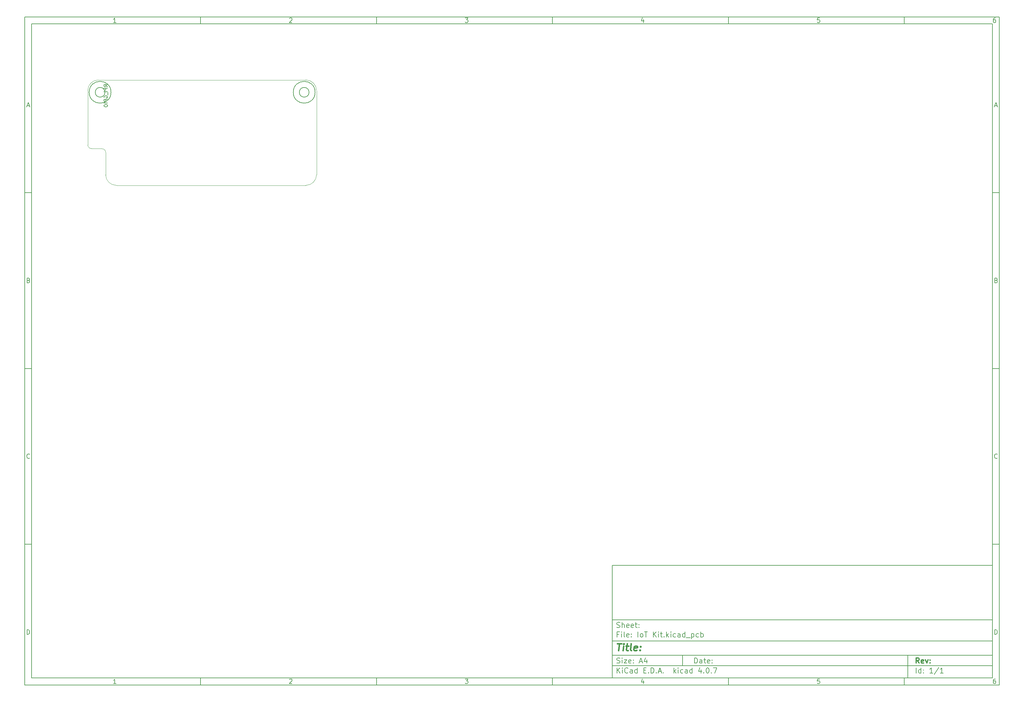
<source format=gbr>
G04 #@! TF.FileFunction,Other,Fab,Bot*
%FSLAX46Y46*%
G04 Gerber Fmt 4.6, Leading zero omitted, Abs format (unit mm)*
G04 Created by KiCad (PCBNEW 4.0.7) date Thursday 07 December 2017 'o51' 11:51:57*
%MOMM*%
%LPD*%
G01*
G04 APERTURE LIST*
%ADD10C,0.100000*%
%ADD11C,0.150000*%
%ADD12C,0.300000*%
%ADD13C,0.400000*%
G04 APERTURE END LIST*
D10*
D11*
X177002200Y-166007200D02*
X177002200Y-198007200D01*
X285002200Y-198007200D01*
X285002200Y-166007200D01*
X177002200Y-166007200D01*
D10*
D11*
X10000000Y-10000000D02*
X10000000Y-200007200D01*
X287002200Y-200007200D01*
X287002200Y-10000000D01*
X10000000Y-10000000D01*
D10*
D11*
X12000000Y-12000000D02*
X12000000Y-198007200D01*
X285002200Y-198007200D01*
X285002200Y-12000000D01*
X12000000Y-12000000D01*
D10*
D11*
X60000000Y-12000000D02*
X60000000Y-10000000D01*
D10*
D11*
X110000000Y-12000000D02*
X110000000Y-10000000D01*
D10*
D11*
X160000000Y-12000000D02*
X160000000Y-10000000D01*
D10*
D11*
X210000000Y-12000000D02*
X210000000Y-10000000D01*
D10*
D11*
X260000000Y-12000000D02*
X260000000Y-10000000D01*
D10*
D11*
X35990476Y-11588095D02*
X35247619Y-11588095D01*
X35619048Y-11588095D02*
X35619048Y-10288095D01*
X35495238Y-10473810D01*
X35371429Y-10597619D01*
X35247619Y-10659524D01*
D10*
D11*
X85247619Y-10411905D02*
X85309524Y-10350000D01*
X85433333Y-10288095D01*
X85742857Y-10288095D01*
X85866667Y-10350000D01*
X85928571Y-10411905D01*
X85990476Y-10535714D01*
X85990476Y-10659524D01*
X85928571Y-10845238D01*
X85185714Y-11588095D01*
X85990476Y-11588095D01*
D10*
D11*
X135185714Y-10288095D02*
X135990476Y-10288095D01*
X135557143Y-10783333D01*
X135742857Y-10783333D01*
X135866667Y-10845238D01*
X135928571Y-10907143D01*
X135990476Y-11030952D01*
X135990476Y-11340476D01*
X135928571Y-11464286D01*
X135866667Y-11526190D01*
X135742857Y-11588095D01*
X135371429Y-11588095D01*
X135247619Y-11526190D01*
X135185714Y-11464286D01*
D10*
D11*
X185866667Y-10721429D02*
X185866667Y-11588095D01*
X185557143Y-10226190D02*
X185247619Y-11154762D01*
X186052381Y-11154762D01*
D10*
D11*
X235928571Y-10288095D02*
X235309524Y-10288095D01*
X235247619Y-10907143D01*
X235309524Y-10845238D01*
X235433333Y-10783333D01*
X235742857Y-10783333D01*
X235866667Y-10845238D01*
X235928571Y-10907143D01*
X235990476Y-11030952D01*
X235990476Y-11340476D01*
X235928571Y-11464286D01*
X235866667Y-11526190D01*
X235742857Y-11588095D01*
X235433333Y-11588095D01*
X235309524Y-11526190D01*
X235247619Y-11464286D01*
D10*
D11*
X285866667Y-10288095D02*
X285619048Y-10288095D01*
X285495238Y-10350000D01*
X285433333Y-10411905D01*
X285309524Y-10597619D01*
X285247619Y-10845238D01*
X285247619Y-11340476D01*
X285309524Y-11464286D01*
X285371429Y-11526190D01*
X285495238Y-11588095D01*
X285742857Y-11588095D01*
X285866667Y-11526190D01*
X285928571Y-11464286D01*
X285990476Y-11340476D01*
X285990476Y-11030952D01*
X285928571Y-10907143D01*
X285866667Y-10845238D01*
X285742857Y-10783333D01*
X285495238Y-10783333D01*
X285371429Y-10845238D01*
X285309524Y-10907143D01*
X285247619Y-11030952D01*
D10*
D11*
X60000000Y-198007200D02*
X60000000Y-200007200D01*
D10*
D11*
X110000000Y-198007200D02*
X110000000Y-200007200D01*
D10*
D11*
X160000000Y-198007200D02*
X160000000Y-200007200D01*
D10*
D11*
X210000000Y-198007200D02*
X210000000Y-200007200D01*
D10*
D11*
X260000000Y-198007200D02*
X260000000Y-200007200D01*
D10*
D11*
X35990476Y-199595295D02*
X35247619Y-199595295D01*
X35619048Y-199595295D02*
X35619048Y-198295295D01*
X35495238Y-198481010D01*
X35371429Y-198604819D01*
X35247619Y-198666724D01*
D10*
D11*
X85247619Y-198419105D02*
X85309524Y-198357200D01*
X85433333Y-198295295D01*
X85742857Y-198295295D01*
X85866667Y-198357200D01*
X85928571Y-198419105D01*
X85990476Y-198542914D01*
X85990476Y-198666724D01*
X85928571Y-198852438D01*
X85185714Y-199595295D01*
X85990476Y-199595295D01*
D10*
D11*
X135185714Y-198295295D02*
X135990476Y-198295295D01*
X135557143Y-198790533D01*
X135742857Y-198790533D01*
X135866667Y-198852438D01*
X135928571Y-198914343D01*
X135990476Y-199038152D01*
X135990476Y-199347676D01*
X135928571Y-199471486D01*
X135866667Y-199533390D01*
X135742857Y-199595295D01*
X135371429Y-199595295D01*
X135247619Y-199533390D01*
X135185714Y-199471486D01*
D10*
D11*
X185866667Y-198728629D02*
X185866667Y-199595295D01*
X185557143Y-198233390D02*
X185247619Y-199161962D01*
X186052381Y-199161962D01*
D10*
D11*
X235928571Y-198295295D02*
X235309524Y-198295295D01*
X235247619Y-198914343D01*
X235309524Y-198852438D01*
X235433333Y-198790533D01*
X235742857Y-198790533D01*
X235866667Y-198852438D01*
X235928571Y-198914343D01*
X235990476Y-199038152D01*
X235990476Y-199347676D01*
X235928571Y-199471486D01*
X235866667Y-199533390D01*
X235742857Y-199595295D01*
X235433333Y-199595295D01*
X235309524Y-199533390D01*
X235247619Y-199471486D01*
D10*
D11*
X285866667Y-198295295D02*
X285619048Y-198295295D01*
X285495238Y-198357200D01*
X285433333Y-198419105D01*
X285309524Y-198604819D01*
X285247619Y-198852438D01*
X285247619Y-199347676D01*
X285309524Y-199471486D01*
X285371429Y-199533390D01*
X285495238Y-199595295D01*
X285742857Y-199595295D01*
X285866667Y-199533390D01*
X285928571Y-199471486D01*
X285990476Y-199347676D01*
X285990476Y-199038152D01*
X285928571Y-198914343D01*
X285866667Y-198852438D01*
X285742857Y-198790533D01*
X285495238Y-198790533D01*
X285371429Y-198852438D01*
X285309524Y-198914343D01*
X285247619Y-199038152D01*
D10*
D11*
X10000000Y-60000000D02*
X12000000Y-60000000D01*
D10*
D11*
X10000000Y-110000000D02*
X12000000Y-110000000D01*
D10*
D11*
X10000000Y-160000000D02*
X12000000Y-160000000D01*
D10*
D11*
X10690476Y-35216667D02*
X11309524Y-35216667D01*
X10566667Y-35588095D02*
X11000000Y-34288095D01*
X11433333Y-35588095D01*
D10*
D11*
X11092857Y-84907143D02*
X11278571Y-84969048D01*
X11340476Y-85030952D01*
X11402381Y-85154762D01*
X11402381Y-85340476D01*
X11340476Y-85464286D01*
X11278571Y-85526190D01*
X11154762Y-85588095D01*
X10659524Y-85588095D01*
X10659524Y-84288095D01*
X11092857Y-84288095D01*
X11216667Y-84350000D01*
X11278571Y-84411905D01*
X11340476Y-84535714D01*
X11340476Y-84659524D01*
X11278571Y-84783333D01*
X11216667Y-84845238D01*
X11092857Y-84907143D01*
X10659524Y-84907143D01*
D10*
D11*
X11402381Y-135464286D02*
X11340476Y-135526190D01*
X11154762Y-135588095D01*
X11030952Y-135588095D01*
X10845238Y-135526190D01*
X10721429Y-135402381D01*
X10659524Y-135278571D01*
X10597619Y-135030952D01*
X10597619Y-134845238D01*
X10659524Y-134597619D01*
X10721429Y-134473810D01*
X10845238Y-134350000D01*
X11030952Y-134288095D01*
X11154762Y-134288095D01*
X11340476Y-134350000D01*
X11402381Y-134411905D01*
D10*
D11*
X10659524Y-185588095D02*
X10659524Y-184288095D01*
X10969048Y-184288095D01*
X11154762Y-184350000D01*
X11278571Y-184473810D01*
X11340476Y-184597619D01*
X11402381Y-184845238D01*
X11402381Y-185030952D01*
X11340476Y-185278571D01*
X11278571Y-185402381D01*
X11154762Y-185526190D01*
X10969048Y-185588095D01*
X10659524Y-185588095D01*
D10*
D11*
X287002200Y-60000000D02*
X285002200Y-60000000D01*
D10*
D11*
X287002200Y-110000000D02*
X285002200Y-110000000D01*
D10*
D11*
X287002200Y-160000000D02*
X285002200Y-160000000D01*
D10*
D11*
X285692676Y-35216667D02*
X286311724Y-35216667D01*
X285568867Y-35588095D02*
X286002200Y-34288095D01*
X286435533Y-35588095D01*
D10*
D11*
X286095057Y-84907143D02*
X286280771Y-84969048D01*
X286342676Y-85030952D01*
X286404581Y-85154762D01*
X286404581Y-85340476D01*
X286342676Y-85464286D01*
X286280771Y-85526190D01*
X286156962Y-85588095D01*
X285661724Y-85588095D01*
X285661724Y-84288095D01*
X286095057Y-84288095D01*
X286218867Y-84350000D01*
X286280771Y-84411905D01*
X286342676Y-84535714D01*
X286342676Y-84659524D01*
X286280771Y-84783333D01*
X286218867Y-84845238D01*
X286095057Y-84907143D01*
X285661724Y-84907143D01*
D10*
D11*
X286404581Y-135464286D02*
X286342676Y-135526190D01*
X286156962Y-135588095D01*
X286033152Y-135588095D01*
X285847438Y-135526190D01*
X285723629Y-135402381D01*
X285661724Y-135278571D01*
X285599819Y-135030952D01*
X285599819Y-134845238D01*
X285661724Y-134597619D01*
X285723629Y-134473810D01*
X285847438Y-134350000D01*
X286033152Y-134288095D01*
X286156962Y-134288095D01*
X286342676Y-134350000D01*
X286404581Y-134411905D01*
D10*
D11*
X285661724Y-185588095D02*
X285661724Y-184288095D01*
X285971248Y-184288095D01*
X286156962Y-184350000D01*
X286280771Y-184473810D01*
X286342676Y-184597619D01*
X286404581Y-184845238D01*
X286404581Y-185030952D01*
X286342676Y-185278571D01*
X286280771Y-185402381D01*
X286156962Y-185526190D01*
X285971248Y-185588095D01*
X285661724Y-185588095D01*
D10*
D11*
X200359343Y-193785771D02*
X200359343Y-192285771D01*
X200716486Y-192285771D01*
X200930771Y-192357200D01*
X201073629Y-192500057D01*
X201145057Y-192642914D01*
X201216486Y-192928629D01*
X201216486Y-193142914D01*
X201145057Y-193428629D01*
X201073629Y-193571486D01*
X200930771Y-193714343D01*
X200716486Y-193785771D01*
X200359343Y-193785771D01*
X202502200Y-193785771D02*
X202502200Y-193000057D01*
X202430771Y-192857200D01*
X202287914Y-192785771D01*
X202002200Y-192785771D01*
X201859343Y-192857200D01*
X202502200Y-193714343D02*
X202359343Y-193785771D01*
X202002200Y-193785771D01*
X201859343Y-193714343D01*
X201787914Y-193571486D01*
X201787914Y-193428629D01*
X201859343Y-193285771D01*
X202002200Y-193214343D01*
X202359343Y-193214343D01*
X202502200Y-193142914D01*
X203002200Y-192785771D02*
X203573629Y-192785771D01*
X203216486Y-192285771D02*
X203216486Y-193571486D01*
X203287914Y-193714343D01*
X203430772Y-193785771D01*
X203573629Y-193785771D01*
X204645057Y-193714343D02*
X204502200Y-193785771D01*
X204216486Y-193785771D01*
X204073629Y-193714343D01*
X204002200Y-193571486D01*
X204002200Y-193000057D01*
X204073629Y-192857200D01*
X204216486Y-192785771D01*
X204502200Y-192785771D01*
X204645057Y-192857200D01*
X204716486Y-193000057D01*
X204716486Y-193142914D01*
X204002200Y-193285771D01*
X205359343Y-193642914D02*
X205430771Y-193714343D01*
X205359343Y-193785771D01*
X205287914Y-193714343D01*
X205359343Y-193642914D01*
X205359343Y-193785771D01*
X205359343Y-192857200D02*
X205430771Y-192928629D01*
X205359343Y-193000057D01*
X205287914Y-192928629D01*
X205359343Y-192857200D01*
X205359343Y-193000057D01*
D10*
D11*
X177002200Y-194507200D02*
X285002200Y-194507200D01*
D10*
D11*
X178359343Y-196585771D02*
X178359343Y-195085771D01*
X179216486Y-196585771D02*
X178573629Y-195728629D01*
X179216486Y-195085771D02*
X178359343Y-195942914D01*
X179859343Y-196585771D02*
X179859343Y-195585771D01*
X179859343Y-195085771D02*
X179787914Y-195157200D01*
X179859343Y-195228629D01*
X179930771Y-195157200D01*
X179859343Y-195085771D01*
X179859343Y-195228629D01*
X181430772Y-196442914D02*
X181359343Y-196514343D01*
X181145057Y-196585771D01*
X181002200Y-196585771D01*
X180787915Y-196514343D01*
X180645057Y-196371486D01*
X180573629Y-196228629D01*
X180502200Y-195942914D01*
X180502200Y-195728629D01*
X180573629Y-195442914D01*
X180645057Y-195300057D01*
X180787915Y-195157200D01*
X181002200Y-195085771D01*
X181145057Y-195085771D01*
X181359343Y-195157200D01*
X181430772Y-195228629D01*
X182716486Y-196585771D02*
X182716486Y-195800057D01*
X182645057Y-195657200D01*
X182502200Y-195585771D01*
X182216486Y-195585771D01*
X182073629Y-195657200D01*
X182716486Y-196514343D02*
X182573629Y-196585771D01*
X182216486Y-196585771D01*
X182073629Y-196514343D01*
X182002200Y-196371486D01*
X182002200Y-196228629D01*
X182073629Y-196085771D01*
X182216486Y-196014343D01*
X182573629Y-196014343D01*
X182716486Y-195942914D01*
X184073629Y-196585771D02*
X184073629Y-195085771D01*
X184073629Y-196514343D02*
X183930772Y-196585771D01*
X183645058Y-196585771D01*
X183502200Y-196514343D01*
X183430772Y-196442914D01*
X183359343Y-196300057D01*
X183359343Y-195871486D01*
X183430772Y-195728629D01*
X183502200Y-195657200D01*
X183645058Y-195585771D01*
X183930772Y-195585771D01*
X184073629Y-195657200D01*
X185930772Y-195800057D02*
X186430772Y-195800057D01*
X186645058Y-196585771D02*
X185930772Y-196585771D01*
X185930772Y-195085771D01*
X186645058Y-195085771D01*
X187287915Y-196442914D02*
X187359343Y-196514343D01*
X187287915Y-196585771D01*
X187216486Y-196514343D01*
X187287915Y-196442914D01*
X187287915Y-196585771D01*
X188002201Y-196585771D02*
X188002201Y-195085771D01*
X188359344Y-195085771D01*
X188573629Y-195157200D01*
X188716487Y-195300057D01*
X188787915Y-195442914D01*
X188859344Y-195728629D01*
X188859344Y-195942914D01*
X188787915Y-196228629D01*
X188716487Y-196371486D01*
X188573629Y-196514343D01*
X188359344Y-196585771D01*
X188002201Y-196585771D01*
X189502201Y-196442914D02*
X189573629Y-196514343D01*
X189502201Y-196585771D01*
X189430772Y-196514343D01*
X189502201Y-196442914D01*
X189502201Y-196585771D01*
X190145058Y-196157200D02*
X190859344Y-196157200D01*
X190002201Y-196585771D02*
X190502201Y-195085771D01*
X191002201Y-196585771D01*
X191502201Y-196442914D02*
X191573629Y-196514343D01*
X191502201Y-196585771D01*
X191430772Y-196514343D01*
X191502201Y-196442914D01*
X191502201Y-196585771D01*
X194502201Y-196585771D02*
X194502201Y-195085771D01*
X194645058Y-196014343D02*
X195073629Y-196585771D01*
X195073629Y-195585771D02*
X194502201Y-196157200D01*
X195716487Y-196585771D02*
X195716487Y-195585771D01*
X195716487Y-195085771D02*
X195645058Y-195157200D01*
X195716487Y-195228629D01*
X195787915Y-195157200D01*
X195716487Y-195085771D01*
X195716487Y-195228629D01*
X197073630Y-196514343D02*
X196930773Y-196585771D01*
X196645059Y-196585771D01*
X196502201Y-196514343D01*
X196430773Y-196442914D01*
X196359344Y-196300057D01*
X196359344Y-195871486D01*
X196430773Y-195728629D01*
X196502201Y-195657200D01*
X196645059Y-195585771D01*
X196930773Y-195585771D01*
X197073630Y-195657200D01*
X198359344Y-196585771D02*
X198359344Y-195800057D01*
X198287915Y-195657200D01*
X198145058Y-195585771D01*
X197859344Y-195585771D01*
X197716487Y-195657200D01*
X198359344Y-196514343D02*
X198216487Y-196585771D01*
X197859344Y-196585771D01*
X197716487Y-196514343D01*
X197645058Y-196371486D01*
X197645058Y-196228629D01*
X197716487Y-196085771D01*
X197859344Y-196014343D01*
X198216487Y-196014343D01*
X198359344Y-195942914D01*
X199716487Y-196585771D02*
X199716487Y-195085771D01*
X199716487Y-196514343D02*
X199573630Y-196585771D01*
X199287916Y-196585771D01*
X199145058Y-196514343D01*
X199073630Y-196442914D01*
X199002201Y-196300057D01*
X199002201Y-195871486D01*
X199073630Y-195728629D01*
X199145058Y-195657200D01*
X199287916Y-195585771D01*
X199573630Y-195585771D01*
X199716487Y-195657200D01*
X202216487Y-195585771D02*
X202216487Y-196585771D01*
X201859344Y-195014343D02*
X201502201Y-196085771D01*
X202430773Y-196085771D01*
X203002201Y-196442914D02*
X203073629Y-196514343D01*
X203002201Y-196585771D01*
X202930772Y-196514343D01*
X203002201Y-196442914D01*
X203002201Y-196585771D01*
X204002201Y-195085771D02*
X204145058Y-195085771D01*
X204287915Y-195157200D01*
X204359344Y-195228629D01*
X204430773Y-195371486D01*
X204502201Y-195657200D01*
X204502201Y-196014343D01*
X204430773Y-196300057D01*
X204359344Y-196442914D01*
X204287915Y-196514343D01*
X204145058Y-196585771D01*
X204002201Y-196585771D01*
X203859344Y-196514343D01*
X203787915Y-196442914D01*
X203716487Y-196300057D01*
X203645058Y-196014343D01*
X203645058Y-195657200D01*
X203716487Y-195371486D01*
X203787915Y-195228629D01*
X203859344Y-195157200D01*
X204002201Y-195085771D01*
X205145058Y-196442914D02*
X205216486Y-196514343D01*
X205145058Y-196585771D01*
X205073629Y-196514343D01*
X205145058Y-196442914D01*
X205145058Y-196585771D01*
X205716487Y-195085771D02*
X206716487Y-195085771D01*
X206073630Y-196585771D01*
D10*
D11*
X177002200Y-191507200D02*
X285002200Y-191507200D01*
D10*
D12*
X264216486Y-193785771D02*
X263716486Y-193071486D01*
X263359343Y-193785771D02*
X263359343Y-192285771D01*
X263930771Y-192285771D01*
X264073629Y-192357200D01*
X264145057Y-192428629D01*
X264216486Y-192571486D01*
X264216486Y-192785771D01*
X264145057Y-192928629D01*
X264073629Y-193000057D01*
X263930771Y-193071486D01*
X263359343Y-193071486D01*
X265430771Y-193714343D02*
X265287914Y-193785771D01*
X265002200Y-193785771D01*
X264859343Y-193714343D01*
X264787914Y-193571486D01*
X264787914Y-193000057D01*
X264859343Y-192857200D01*
X265002200Y-192785771D01*
X265287914Y-192785771D01*
X265430771Y-192857200D01*
X265502200Y-193000057D01*
X265502200Y-193142914D01*
X264787914Y-193285771D01*
X266002200Y-192785771D02*
X266359343Y-193785771D01*
X266716485Y-192785771D01*
X267287914Y-193642914D02*
X267359342Y-193714343D01*
X267287914Y-193785771D01*
X267216485Y-193714343D01*
X267287914Y-193642914D01*
X267287914Y-193785771D01*
X267287914Y-192857200D02*
X267359342Y-192928629D01*
X267287914Y-193000057D01*
X267216485Y-192928629D01*
X267287914Y-192857200D01*
X267287914Y-193000057D01*
D10*
D11*
X178287914Y-193714343D02*
X178502200Y-193785771D01*
X178859343Y-193785771D01*
X179002200Y-193714343D01*
X179073629Y-193642914D01*
X179145057Y-193500057D01*
X179145057Y-193357200D01*
X179073629Y-193214343D01*
X179002200Y-193142914D01*
X178859343Y-193071486D01*
X178573629Y-193000057D01*
X178430771Y-192928629D01*
X178359343Y-192857200D01*
X178287914Y-192714343D01*
X178287914Y-192571486D01*
X178359343Y-192428629D01*
X178430771Y-192357200D01*
X178573629Y-192285771D01*
X178930771Y-192285771D01*
X179145057Y-192357200D01*
X179787914Y-193785771D02*
X179787914Y-192785771D01*
X179787914Y-192285771D02*
X179716485Y-192357200D01*
X179787914Y-192428629D01*
X179859342Y-192357200D01*
X179787914Y-192285771D01*
X179787914Y-192428629D01*
X180359343Y-192785771D02*
X181145057Y-192785771D01*
X180359343Y-193785771D01*
X181145057Y-193785771D01*
X182287914Y-193714343D02*
X182145057Y-193785771D01*
X181859343Y-193785771D01*
X181716486Y-193714343D01*
X181645057Y-193571486D01*
X181645057Y-193000057D01*
X181716486Y-192857200D01*
X181859343Y-192785771D01*
X182145057Y-192785771D01*
X182287914Y-192857200D01*
X182359343Y-193000057D01*
X182359343Y-193142914D01*
X181645057Y-193285771D01*
X183002200Y-193642914D02*
X183073628Y-193714343D01*
X183002200Y-193785771D01*
X182930771Y-193714343D01*
X183002200Y-193642914D01*
X183002200Y-193785771D01*
X183002200Y-192857200D02*
X183073628Y-192928629D01*
X183002200Y-193000057D01*
X182930771Y-192928629D01*
X183002200Y-192857200D01*
X183002200Y-193000057D01*
X184787914Y-193357200D02*
X185502200Y-193357200D01*
X184645057Y-193785771D02*
X185145057Y-192285771D01*
X185645057Y-193785771D01*
X186787914Y-192785771D02*
X186787914Y-193785771D01*
X186430771Y-192214343D02*
X186073628Y-193285771D01*
X187002200Y-193285771D01*
D10*
D11*
X263359343Y-196585771D02*
X263359343Y-195085771D01*
X264716486Y-196585771D02*
X264716486Y-195085771D01*
X264716486Y-196514343D02*
X264573629Y-196585771D01*
X264287915Y-196585771D01*
X264145057Y-196514343D01*
X264073629Y-196442914D01*
X264002200Y-196300057D01*
X264002200Y-195871486D01*
X264073629Y-195728629D01*
X264145057Y-195657200D01*
X264287915Y-195585771D01*
X264573629Y-195585771D01*
X264716486Y-195657200D01*
X265430772Y-196442914D02*
X265502200Y-196514343D01*
X265430772Y-196585771D01*
X265359343Y-196514343D01*
X265430772Y-196442914D01*
X265430772Y-196585771D01*
X265430772Y-195657200D02*
X265502200Y-195728629D01*
X265430772Y-195800057D01*
X265359343Y-195728629D01*
X265430772Y-195657200D01*
X265430772Y-195800057D01*
X268073629Y-196585771D02*
X267216486Y-196585771D01*
X267645058Y-196585771D02*
X267645058Y-195085771D01*
X267502201Y-195300057D01*
X267359343Y-195442914D01*
X267216486Y-195514343D01*
X269787914Y-195014343D02*
X268502200Y-196942914D01*
X271073629Y-196585771D02*
X270216486Y-196585771D01*
X270645058Y-196585771D02*
X270645058Y-195085771D01*
X270502201Y-195300057D01*
X270359343Y-195442914D01*
X270216486Y-195514343D01*
D10*
D11*
X177002200Y-187507200D02*
X285002200Y-187507200D01*
D10*
D13*
X178454581Y-188211962D02*
X179597438Y-188211962D01*
X178776010Y-190211962D02*
X179026010Y-188211962D01*
X180014105Y-190211962D02*
X180180771Y-188878629D01*
X180264105Y-188211962D02*
X180156962Y-188307200D01*
X180240295Y-188402438D01*
X180347439Y-188307200D01*
X180264105Y-188211962D01*
X180240295Y-188402438D01*
X180847438Y-188878629D02*
X181609343Y-188878629D01*
X181216486Y-188211962D02*
X181002200Y-189926248D01*
X181073630Y-190116724D01*
X181252201Y-190211962D01*
X181442677Y-190211962D01*
X182395058Y-190211962D02*
X182216487Y-190116724D01*
X182145057Y-189926248D01*
X182359343Y-188211962D01*
X183930772Y-190116724D02*
X183728391Y-190211962D01*
X183347439Y-190211962D01*
X183168867Y-190116724D01*
X183097438Y-189926248D01*
X183192676Y-189164343D01*
X183311724Y-188973867D01*
X183514105Y-188878629D01*
X183895057Y-188878629D01*
X184073629Y-188973867D01*
X184145057Y-189164343D01*
X184121248Y-189354819D01*
X183145057Y-189545295D01*
X184895057Y-190021486D02*
X184978392Y-190116724D01*
X184871248Y-190211962D01*
X184787915Y-190116724D01*
X184895057Y-190021486D01*
X184871248Y-190211962D01*
X185026010Y-188973867D02*
X185109344Y-189069105D01*
X185002200Y-189164343D01*
X184918867Y-189069105D01*
X185026010Y-188973867D01*
X185002200Y-189164343D01*
D10*
D11*
X178859343Y-185600057D02*
X178359343Y-185600057D01*
X178359343Y-186385771D02*
X178359343Y-184885771D01*
X179073629Y-184885771D01*
X179645057Y-186385771D02*
X179645057Y-185385771D01*
X179645057Y-184885771D02*
X179573628Y-184957200D01*
X179645057Y-185028629D01*
X179716485Y-184957200D01*
X179645057Y-184885771D01*
X179645057Y-185028629D01*
X180573629Y-186385771D02*
X180430771Y-186314343D01*
X180359343Y-186171486D01*
X180359343Y-184885771D01*
X181716485Y-186314343D02*
X181573628Y-186385771D01*
X181287914Y-186385771D01*
X181145057Y-186314343D01*
X181073628Y-186171486D01*
X181073628Y-185600057D01*
X181145057Y-185457200D01*
X181287914Y-185385771D01*
X181573628Y-185385771D01*
X181716485Y-185457200D01*
X181787914Y-185600057D01*
X181787914Y-185742914D01*
X181073628Y-185885771D01*
X182430771Y-186242914D02*
X182502199Y-186314343D01*
X182430771Y-186385771D01*
X182359342Y-186314343D01*
X182430771Y-186242914D01*
X182430771Y-186385771D01*
X182430771Y-185457200D02*
X182502199Y-185528629D01*
X182430771Y-185600057D01*
X182359342Y-185528629D01*
X182430771Y-185457200D01*
X182430771Y-185600057D01*
X184287914Y-186385771D02*
X184287914Y-184885771D01*
X185216486Y-186385771D02*
X185073628Y-186314343D01*
X185002200Y-186242914D01*
X184930771Y-186100057D01*
X184930771Y-185671486D01*
X185002200Y-185528629D01*
X185073628Y-185457200D01*
X185216486Y-185385771D01*
X185430771Y-185385771D01*
X185573628Y-185457200D01*
X185645057Y-185528629D01*
X185716486Y-185671486D01*
X185716486Y-186100057D01*
X185645057Y-186242914D01*
X185573628Y-186314343D01*
X185430771Y-186385771D01*
X185216486Y-186385771D01*
X186145057Y-184885771D02*
X187002200Y-184885771D01*
X186573629Y-186385771D02*
X186573629Y-184885771D01*
X188645057Y-186385771D02*
X188645057Y-184885771D01*
X189502200Y-186385771D02*
X188859343Y-185528629D01*
X189502200Y-184885771D02*
X188645057Y-185742914D01*
X190145057Y-186385771D02*
X190145057Y-185385771D01*
X190145057Y-184885771D02*
X190073628Y-184957200D01*
X190145057Y-185028629D01*
X190216485Y-184957200D01*
X190145057Y-184885771D01*
X190145057Y-185028629D01*
X190645057Y-185385771D02*
X191216486Y-185385771D01*
X190859343Y-184885771D02*
X190859343Y-186171486D01*
X190930771Y-186314343D01*
X191073629Y-186385771D01*
X191216486Y-186385771D01*
X191716486Y-186242914D02*
X191787914Y-186314343D01*
X191716486Y-186385771D01*
X191645057Y-186314343D01*
X191716486Y-186242914D01*
X191716486Y-186385771D01*
X192430772Y-186385771D02*
X192430772Y-184885771D01*
X192573629Y-185814343D02*
X193002200Y-186385771D01*
X193002200Y-185385771D02*
X192430772Y-185957200D01*
X193645058Y-186385771D02*
X193645058Y-185385771D01*
X193645058Y-184885771D02*
X193573629Y-184957200D01*
X193645058Y-185028629D01*
X193716486Y-184957200D01*
X193645058Y-184885771D01*
X193645058Y-185028629D01*
X195002201Y-186314343D02*
X194859344Y-186385771D01*
X194573630Y-186385771D01*
X194430772Y-186314343D01*
X194359344Y-186242914D01*
X194287915Y-186100057D01*
X194287915Y-185671486D01*
X194359344Y-185528629D01*
X194430772Y-185457200D01*
X194573630Y-185385771D01*
X194859344Y-185385771D01*
X195002201Y-185457200D01*
X196287915Y-186385771D02*
X196287915Y-185600057D01*
X196216486Y-185457200D01*
X196073629Y-185385771D01*
X195787915Y-185385771D01*
X195645058Y-185457200D01*
X196287915Y-186314343D02*
X196145058Y-186385771D01*
X195787915Y-186385771D01*
X195645058Y-186314343D01*
X195573629Y-186171486D01*
X195573629Y-186028629D01*
X195645058Y-185885771D01*
X195787915Y-185814343D01*
X196145058Y-185814343D01*
X196287915Y-185742914D01*
X197645058Y-186385771D02*
X197645058Y-184885771D01*
X197645058Y-186314343D02*
X197502201Y-186385771D01*
X197216487Y-186385771D01*
X197073629Y-186314343D01*
X197002201Y-186242914D01*
X196930772Y-186100057D01*
X196930772Y-185671486D01*
X197002201Y-185528629D01*
X197073629Y-185457200D01*
X197216487Y-185385771D01*
X197502201Y-185385771D01*
X197645058Y-185457200D01*
X198002201Y-186528629D02*
X199145058Y-186528629D01*
X199502201Y-185385771D02*
X199502201Y-186885771D01*
X199502201Y-185457200D02*
X199645058Y-185385771D01*
X199930772Y-185385771D01*
X200073629Y-185457200D01*
X200145058Y-185528629D01*
X200216487Y-185671486D01*
X200216487Y-186100057D01*
X200145058Y-186242914D01*
X200073629Y-186314343D01*
X199930772Y-186385771D01*
X199645058Y-186385771D01*
X199502201Y-186314343D01*
X201502201Y-186314343D02*
X201359344Y-186385771D01*
X201073630Y-186385771D01*
X200930772Y-186314343D01*
X200859344Y-186242914D01*
X200787915Y-186100057D01*
X200787915Y-185671486D01*
X200859344Y-185528629D01*
X200930772Y-185457200D01*
X201073630Y-185385771D01*
X201359344Y-185385771D01*
X201502201Y-185457200D01*
X202145058Y-186385771D02*
X202145058Y-184885771D01*
X202145058Y-185457200D02*
X202287915Y-185385771D01*
X202573629Y-185385771D01*
X202716486Y-185457200D01*
X202787915Y-185528629D01*
X202859344Y-185671486D01*
X202859344Y-186100057D01*
X202787915Y-186242914D01*
X202716486Y-186314343D01*
X202573629Y-186385771D01*
X202287915Y-186385771D01*
X202145058Y-186314343D01*
D10*
D11*
X177002200Y-181507200D02*
X285002200Y-181507200D01*
D10*
D11*
X178287914Y-183614343D02*
X178502200Y-183685771D01*
X178859343Y-183685771D01*
X179002200Y-183614343D01*
X179073629Y-183542914D01*
X179145057Y-183400057D01*
X179145057Y-183257200D01*
X179073629Y-183114343D01*
X179002200Y-183042914D01*
X178859343Y-182971486D01*
X178573629Y-182900057D01*
X178430771Y-182828629D01*
X178359343Y-182757200D01*
X178287914Y-182614343D01*
X178287914Y-182471486D01*
X178359343Y-182328629D01*
X178430771Y-182257200D01*
X178573629Y-182185771D01*
X178930771Y-182185771D01*
X179145057Y-182257200D01*
X179787914Y-183685771D02*
X179787914Y-182185771D01*
X180430771Y-183685771D02*
X180430771Y-182900057D01*
X180359342Y-182757200D01*
X180216485Y-182685771D01*
X180002200Y-182685771D01*
X179859342Y-182757200D01*
X179787914Y-182828629D01*
X181716485Y-183614343D02*
X181573628Y-183685771D01*
X181287914Y-183685771D01*
X181145057Y-183614343D01*
X181073628Y-183471486D01*
X181073628Y-182900057D01*
X181145057Y-182757200D01*
X181287914Y-182685771D01*
X181573628Y-182685771D01*
X181716485Y-182757200D01*
X181787914Y-182900057D01*
X181787914Y-183042914D01*
X181073628Y-183185771D01*
X183002199Y-183614343D02*
X182859342Y-183685771D01*
X182573628Y-183685771D01*
X182430771Y-183614343D01*
X182359342Y-183471486D01*
X182359342Y-182900057D01*
X182430771Y-182757200D01*
X182573628Y-182685771D01*
X182859342Y-182685771D01*
X183002199Y-182757200D01*
X183073628Y-182900057D01*
X183073628Y-183042914D01*
X182359342Y-183185771D01*
X183502199Y-182685771D02*
X184073628Y-182685771D01*
X183716485Y-182185771D02*
X183716485Y-183471486D01*
X183787913Y-183614343D01*
X183930771Y-183685771D01*
X184073628Y-183685771D01*
X184573628Y-183542914D02*
X184645056Y-183614343D01*
X184573628Y-183685771D01*
X184502199Y-183614343D01*
X184573628Y-183542914D01*
X184573628Y-183685771D01*
X184573628Y-182757200D02*
X184645056Y-182828629D01*
X184573628Y-182900057D01*
X184502199Y-182828629D01*
X184573628Y-182757200D01*
X184573628Y-182900057D01*
D10*
D11*
X197002200Y-191507200D02*
X197002200Y-194507200D01*
D10*
D11*
X261002200Y-191507200D02*
X261002200Y-198007200D01*
D10*
X92964000Y-30988000D02*
X92964000Y-54864000D01*
X92940000Y-30932000D02*
G75*
G03X89940000Y-27932000I-3000000J0D01*
G01*
X89940000Y-57897000D02*
G75*
G03X92940000Y-54897000I0J3000000D01*
G01*
X36068000Y-57912000D02*
X89916000Y-57912000D01*
X33020000Y-48514000D02*
G75*
G03X32004000Y-47498000I-1016000J0D01*
G01*
X33020000Y-54991000D02*
X33020000Y-48514000D01*
X27940000Y-30962600D02*
X27940000Y-46456600D01*
X30940000Y-27932000D02*
X89940000Y-27932000D01*
X30940000Y-27932000D02*
G75*
G03X27940000Y-30932000I0J-3000000D01*
G01*
X27940000Y-46432000D02*
G75*
G03X28940000Y-47432000I1000000J0D01*
G01*
X33020000Y-54897000D02*
G75*
G03X36020000Y-57897000I3000000J0D01*
G01*
X28940000Y-47432000D02*
X31940000Y-47432000D01*
D11*
X92540000Y-31432000D02*
G75*
G03X92540000Y-31432000I-3100000J0D01*
G01*
X90815000Y-31432000D02*
G75*
G03X90815000Y-31432000I-1375000J0D01*
G01*
X34540000Y-31432000D02*
G75*
G03X34540000Y-31432000I-3100000J0D01*
G01*
X32815000Y-31432000D02*
G75*
G03X32815000Y-31432000I-1375000J0D01*
G01*
X33547381Y-29813572D02*
X33071190Y-29480238D01*
X33547381Y-29242143D02*
X32547381Y-29242143D01*
X32547381Y-29623096D01*
X32595000Y-29718334D01*
X32642619Y-29765953D01*
X32737857Y-29813572D01*
X32880714Y-29813572D01*
X32975952Y-29765953D01*
X33023571Y-29718334D01*
X33071190Y-29623096D01*
X33071190Y-29242143D01*
X33547381Y-30242143D02*
X32547381Y-30242143D01*
X32547381Y-30623096D01*
X32595000Y-30718334D01*
X32642619Y-30765953D01*
X32737857Y-30813572D01*
X32880714Y-30813572D01*
X32975952Y-30765953D01*
X33023571Y-30718334D01*
X33071190Y-30623096D01*
X33071190Y-30242143D01*
X33547381Y-31242143D02*
X32880714Y-31242143D01*
X32547381Y-31242143D02*
X32595000Y-31194524D01*
X32642619Y-31242143D01*
X32595000Y-31289762D01*
X32547381Y-31242143D01*
X32642619Y-31242143D01*
X33642619Y-31480238D02*
X33642619Y-32242143D01*
X32595000Y-33004048D02*
X32547381Y-32908810D01*
X32547381Y-32765953D01*
X32595000Y-32623095D01*
X32690238Y-32527857D01*
X32785476Y-32480238D01*
X32975952Y-32432619D01*
X33118810Y-32432619D01*
X33309286Y-32480238D01*
X33404524Y-32527857D01*
X33499762Y-32623095D01*
X33547381Y-32765953D01*
X33547381Y-32861191D01*
X33499762Y-33004048D01*
X33452143Y-33051667D01*
X33118810Y-33051667D01*
X33118810Y-32861191D01*
X33547381Y-33480238D02*
X32547381Y-33480238D01*
X32547381Y-33861191D01*
X32595000Y-33956429D01*
X32642619Y-34004048D01*
X32737857Y-34051667D01*
X32880714Y-34051667D01*
X32975952Y-34004048D01*
X33023571Y-33956429D01*
X33071190Y-33861191D01*
X33071190Y-33480238D01*
X33547381Y-34480238D02*
X32547381Y-34480238D01*
X32547381Y-35146904D02*
X32547381Y-35337381D01*
X32595000Y-35432619D01*
X32690238Y-35527857D01*
X32880714Y-35575476D01*
X33214048Y-35575476D01*
X33404524Y-35527857D01*
X33499762Y-35432619D01*
X33547381Y-35337381D01*
X33547381Y-35146904D01*
X33499762Y-35051666D01*
X33404524Y-34956428D01*
X33214048Y-34908809D01*
X32880714Y-34908809D01*
X32690238Y-34956428D01*
X32595000Y-35051666D01*
X32547381Y-35146904D01*
M02*

</source>
